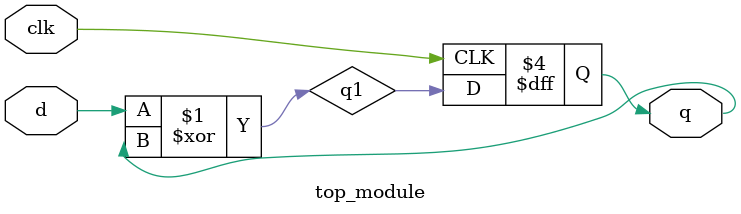
<source format=v>


// Hint: You can't create a dual-edge triggered flip-flop on an FPGA. But you can create both positive-edge triggered and negative-edge triggered flip-flops.
// This problem is a moderately difficult circuit design problem, but requires only basic Verilog language features. (This is a circuit design problem, not a coding problem.) It may help to first sketch a circuit by hand before attempting to code it.

module top_module (
    input clk,
    input d,
    output q
);
    
    wire q1, q2;
    
    assign q1 = d ^ q;
    assign q2 = d & q;
    
    always @(posedge clk)
        q <= q1;

endmodule
</source>
